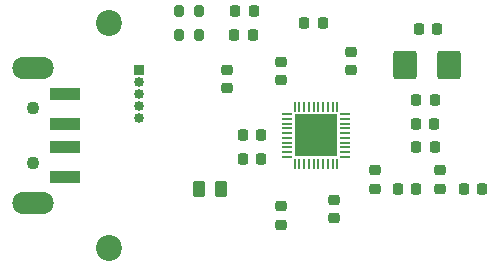
<source format=gbr>
%TF.GenerationSoftware,KiCad,Pcbnew,9.0.7*%
%TF.CreationDate,2026-02-16T22:31:36-05:00*%
%TF.ProjectId,Primis_Versipellis,5072696d-6973-45f5-9665-72736970656c,rev?*%
%TF.SameCoordinates,Original*%
%TF.FileFunction,Soldermask,Top*%
%TF.FilePolarity,Negative*%
%FSLAX46Y46*%
G04 Gerber Fmt 4.6, Leading zero omitted, Abs format (unit mm)*
G04 Created by KiCad (PCBNEW 9.0.7) date 2026-02-16 22:31:36*
%MOMM*%
%LPD*%
G01*
G04 APERTURE LIST*
G04 Aperture macros list*
%AMRoundRect*
0 Rectangle with rounded corners*
0 $1 Rounding radius*
0 $2 $3 $4 $5 $6 $7 $8 $9 X,Y pos of 4 corners*
0 Add a 4 corners polygon primitive as box body*
4,1,4,$2,$3,$4,$5,$6,$7,$8,$9,$2,$3,0*
0 Add four circle primitives for the rounded corners*
1,1,$1+$1,$2,$3*
1,1,$1+$1,$4,$5*
1,1,$1+$1,$6,$7*
1,1,$1+$1,$8,$9*
0 Add four rect primitives between the rounded corners*
20,1,$1+$1,$2,$3,$4,$5,0*
20,1,$1+$1,$4,$5,$6,$7,0*
20,1,$1+$1,$6,$7,$8,$9,0*
20,1,$1+$1,$8,$9,$2,$3,0*%
G04 Aperture macros list end*
%ADD10RoundRect,0.225000X-0.250000X0.225000X-0.250000X-0.225000X0.250000X-0.225000X0.250000X0.225000X0*%
%ADD11C,1.100000*%
%ADD12R,2.500000X1.100000*%
%ADD13O,3.500000X1.900000*%
%ADD14R,0.850000X0.850000*%
%ADD15C,0.850000*%
%ADD16RoundRect,0.250000X0.262500X0.450000X-0.262500X0.450000X-0.262500X-0.450000X0.262500X-0.450000X0*%
%ADD17RoundRect,0.225000X0.225000X0.250000X-0.225000X0.250000X-0.225000X-0.250000X0.225000X-0.250000X0*%
%ADD18RoundRect,0.218750X0.218750X0.256250X-0.218750X0.256250X-0.218750X-0.256250X0.218750X-0.256250X0*%
%ADD19RoundRect,0.062500X-0.350000X-0.062500X0.350000X-0.062500X0.350000X0.062500X-0.350000X0.062500X0*%
%ADD20RoundRect,0.062500X-0.062500X-0.350000X0.062500X-0.350000X0.062500X0.350000X-0.062500X0.350000X0*%
%ADD21R,3.600000X3.600000*%
%ADD22RoundRect,0.225000X0.250000X-0.225000X0.250000X0.225000X-0.250000X0.225000X-0.250000X-0.225000X0*%
%ADD23RoundRect,0.225000X-0.225000X-0.250000X0.225000X-0.250000X0.225000X0.250000X-0.225000X0.250000X0*%
%ADD24C,2.200000*%
%ADD25RoundRect,0.200000X0.200000X0.275000X-0.200000X0.275000X-0.200000X-0.275000X0.200000X-0.275000X0*%
%ADD26RoundRect,0.250000X-0.750000X-0.950000X0.750000X-0.950000X0.750000X0.950000X-0.750000X0.950000X0*%
G04 APERTURE END LIST*
D10*
%TO.C,C5*%
X162000000Y-72450000D03*
X162000000Y-74000000D03*
%TD*%
D11*
%TO.C,J2*%
X127500000Y-71800000D03*
X127500000Y-67200000D03*
D12*
X130250000Y-73000000D03*
X130250000Y-70500000D03*
X130250000Y-68500000D03*
X130250000Y-66000000D03*
D13*
X127500000Y-75200000D03*
X127500000Y-63800000D03*
%TD*%
D14*
%TO.C,J3*%
X136500000Y-64000000D03*
D15*
X136500000Y-65000000D03*
X136500000Y-66000000D03*
X136500000Y-67000000D03*
X136500000Y-68000000D03*
%TD*%
D16*
%TO.C,R8*%
X143412500Y-74000000D03*
X141587500Y-74000000D03*
%TD*%
D10*
%TO.C,C6*%
X156500000Y-72450000D03*
X156500000Y-74000000D03*
%TD*%
D17*
%TO.C,C4*%
X161550000Y-66500000D03*
X160000000Y-66500000D03*
%TD*%
D10*
%TO.C,C2*%
X148500000Y-75500000D03*
X148500000Y-77050000D03*
%TD*%
D18*
%TO.C,D3*%
X146150000Y-61000000D03*
X144575000Y-61000000D03*
%TD*%
D17*
%TO.C,C9*%
X146825000Y-69500000D03*
X145275000Y-69500000D03*
%TD*%
D19*
%TO.C,U1*%
X149062500Y-67700000D03*
X149062500Y-68100000D03*
X149062500Y-68500000D03*
X149062500Y-68900000D03*
X149062500Y-69300000D03*
X149062500Y-69700000D03*
X149062500Y-70100000D03*
X149062500Y-70500000D03*
X149062500Y-70900000D03*
X149062500Y-71300000D03*
D20*
X149700000Y-71937500D03*
X150100000Y-71937500D03*
X150500000Y-71937500D03*
X150900000Y-71937500D03*
X151300000Y-71937500D03*
X151700000Y-71937500D03*
X152100000Y-71937500D03*
X152500000Y-71937500D03*
X152900000Y-71937500D03*
X153300000Y-71937500D03*
D19*
X153937500Y-71300000D03*
X153937500Y-70900000D03*
X153937500Y-70500000D03*
X153937500Y-70100000D03*
X153937500Y-69700000D03*
X153937500Y-69300000D03*
X153937500Y-68900000D03*
X153937500Y-68500000D03*
X153937500Y-68100000D03*
X153937500Y-67700000D03*
D20*
X153300000Y-67062500D03*
X152900000Y-67062500D03*
X152500000Y-67062500D03*
X152100000Y-67062500D03*
X151700000Y-67062500D03*
X151300000Y-67062500D03*
X150900000Y-67062500D03*
X150500000Y-67062500D03*
X150100000Y-67062500D03*
X149700000Y-67062500D03*
D21*
X151500000Y-69500000D03*
%TD*%
D22*
%TO.C,C8*%
X153000000Y-76500000D03*
X153000000Y-74950000D03*
%TD*%
D23*
%TO.C,C3*%
X160225000Y-60500000D03*
X161775000Y-60500000D03*
%TD*%
D24*
%TO.C,H2*%
X134000000Y-60000000D03*
%TD*%
D23*
%TO.C,C31*%
X159950000Y-68500000D03*
X161500000Y-68500000D03*
%TD*%
D25*
%TO.C,R1*%
X141575000Y-59000000D03*
X139925000Y-59000000D03*
%TD*%
D17*
%TO.C,C7*%
X146825000Y-71500000D03*
X145275000Y-71500000D03*
%TD*%
D18*
%TO.C,D1*%
X146222500Y-59000000D03*
X144647500Y-59000000D03*
%TD*%
D17*
%TO.C,C30*%
X161550000Y-70500000D03*
X160000000Y-70500000D03*
%TD*%
D23*
%TO.C,C29*%
X150500000Y-60000000D03*
X152050000Y-60000000D03*
%TD*%
D22*
%TO.C,C11*%
X148500000Y-64825000D03*
X148500000Y-63275000D03*
%TD*%
D24*
%TO.C,H1*%
X134000000Y-79000000D03*
%TD*%
D10*
%TO.C,C10*%
X154500000Y-62450000D03*
X154500000Y-64000000D03*
%TD*%
D18*
%TO.C,L2*%
X165575000Y-74000000D03*
X164000000Y-74000000D03*
%TD*%
D26*
%TO.C,Y1*%
X159050000Y-63500000D03*
X162750000Y-63500000D03*
%TD*%
D18*
%TO.C,L1*%
X160000000Y-74000000D03*
X158425000Y-74000000D03*
%TD*%
D25*
%TO.C,R3*%
X141575000Y-61000000D03*
X139925000Y-61000000D03*
%TD*%
D10*
%TO.C,C1*%
X144000000Y-63950000D03*
X144000000Y-65500000D03*
%TD*%
M02*

</source>
